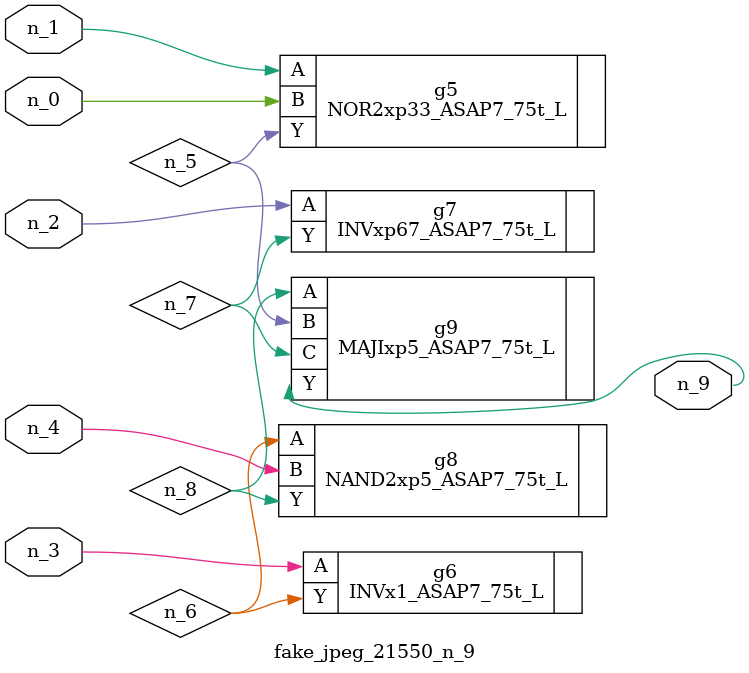
<source format=v>
module fake_jpeg_21550_n_9 (n_3, n_2, n_1, n_0, n_4, n_9);

input n_3;
input n_2;
input n_1;
input n_0;
input n_4;

output n_9;

wire n_8;
wire n_6;
wire n_5;
wire n_7;

NOR2xp33_ASAP7_75t_L g5 ( 
.A(n_1),
.B(n_0),
.Y(n_5)
);

INVx1_ASAP7_75t_L g6 ( 
.A(n_3),
.Y(n_6)
);

INVxp67_ASAP7_75t_L g7 ( 
.A(n_2),
.Y(n_7)
);

NAND2xp5_ASAP7_75t_L g8 ( 
.A(n_6),
.B(n_4),
.Y(n_8)
);

MAJIxp5_ASAP7_75t_L g9 ( 
.A(n_8),
.B(n_5),
.C(n_7),
.Y(n_9)
);


endmodule
</source>
